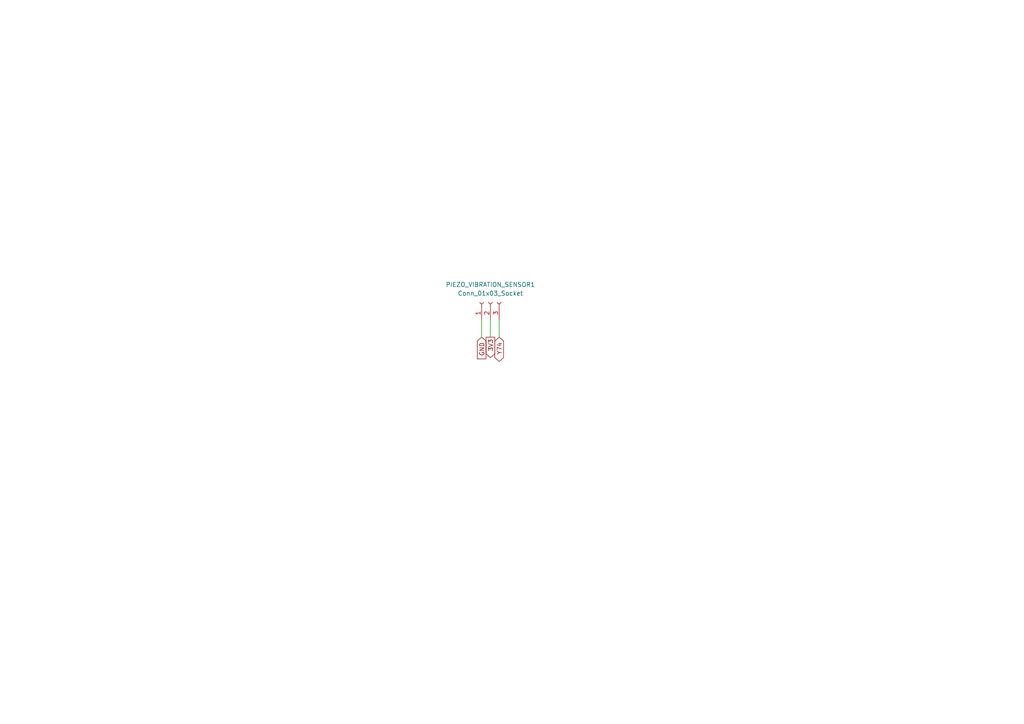
<source format=kicad_sch>
(kicad_sch (version 20231120) (generator "eeschema") (generator_version "8.0")
  (paper "A4")
  (lib_symbols
    (symbol "Connector:Conn_01x03_Socket" (pin_names (offset 1.016) hide)
      (property "Reference" "J" (at 0 5.08 0))
      (property "Value" "Conn_01x03_Socket" (at 0 -5.08 0))
      (symbol "Conn_01x03_Socket_1_1"
        (arc (start 0 -2.032) (mid -0.5058 -2.54) (end 0 -3.048) (stroke (width 0.1524)))
        (polyline (pts (xy -1.27 -2.54) (xy -0.508 -2.54)) (stroke (width 0.1524)))
        (polyline (pts (xy -1.27 0) (xy -0.508 0)) (stroke (width 0.1524)))
        (polyline (pts (xy -1.27 2.54) (xy -0.508 2.54)) (stroke (width 0.1524)))
        (arc (start 0 0.508) (mid -0.5058 0) (end 0 -0.508) (stroke (width 0.1524)))
        (arc (start 0 3.048) (mid -0.5058 2.54) (end 0 2.032) (stroke (width 0.1524)))
        (pin passive line (at -5.08 2.54 0) (length 3.81) (name "Pin_1") (number "1"))
        (pin passive line (at -5.08 0 0) (length 3.81) (name "Pin_2") (number "2"))
        (pin passive line (at -5.08 -2.54 0) (length 3.81) (name "Pin_3") (number "3"))
      )
    )
  )
  (wire (pts (xy 142.24 92.71) (xy 142.24 97.79)))
  (wire (pts (xy 139.7 92.71) (xy 139.7 97.79)))
  (wire (pts (xy 144.78 92.71) (xy 144.78 97.79)))
  (global_label "3V3" (shape output) (at 142.24 97.79 270) (property "Intersheetrefs" "${INTERSHEET_REFS}" (effects (hide yes))))
  (global_label "Y74" (shape bidirectional) (at 144.78 97.79 270) (property "Intersheetrefs" "${INTERSHEET_REFS}" (effects (hide yes))))
  (global_label "GND" (shape input) (at 139.7 97.79 270) (property "Intersheetrefs" "${INTERSHEET_REFS}" (effects (hide yes))))
  (symbol (lib_id "Connector:Conn_01x03_Socket") (at 142.24 87.63 90) (unit 1)
    (property "Reference" "PIEZO_VIBRATION_SENSOR1" (at 142.24 82.55 90))
    (property "Value" "Conn_01x03_Socket" (at 142.24 85.09 90))
    (property "Footprint" "Connector_PinSocket_2.54mm:PinSocket_1x03_P2.54mm_Vertical_SMD_Pin1Left" (effects (hide yes)))
    (property "Description" "Generic connector, single row, 01x03, script generated" (effects (hide yes)))
  )
)
</source>
